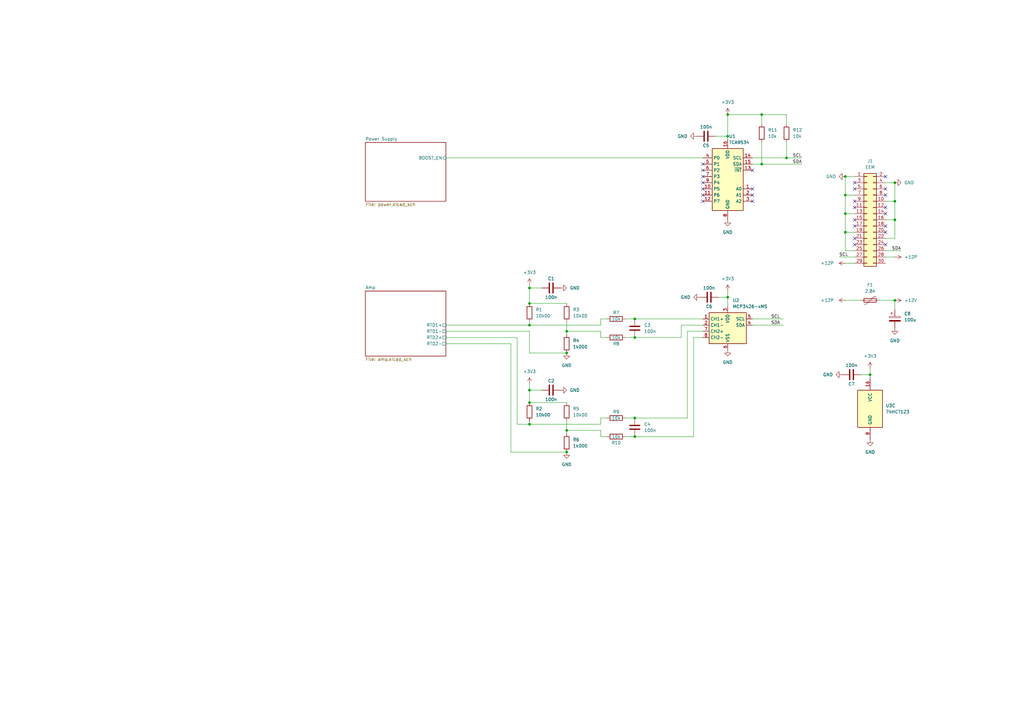
<source format=kicad_sch>
(kicad_sch (version 20211123) (generator eeschema)
  (paper "A3")
  (title_block (title "Usilitel") (date "2022-07-12") (rev "0.1") (company "M-Labs") (comment 1 "Wideband power amplifier") (comment 3 "a.k.a. topquark12") (comment 4 "Alex Wong Tat Hang"))
  (lib_symbols
    (symbol "74xx:74HCT123" (pin_names (offset 1.016))
      (property "Reference" "U" (at -7.62 8.89 0))
      (property "Value" "74HCT123" (at -7.62 -8.89 0))
      (symbol "74HCT123_1_0"
        (pin input inverted (at -12.7 -2.54 0) (length 5.08) (name "A") (number "1"))
        (pin output line (at 12.7 5.08 180) (length 5.08) (name "Q") (number "13"))
        (pin input line (at -12.7 2.54 0) (length 5.08) (name "Cext") (number "14"))
        (pin input line (at -12.7 5.08 0) (length 5.08) (name "RCext") (number "15"))
        (pin input line (at -12.7 -5.08 0) (length 5.08) (name "B") (number "2"))
        (pin input inverted (at 0 -12.7 90) (length 5.08) (name "Clr") (number "3"))
        (pin output line (at 12.7 -5.08 180) (length 5.08) (name "~{Q}") (number "4"))
      )
      (symbol "74HCT123_1_1"
        (rectangle (start -7.62 7.62) (end 7.62 -7.62) (stroke (width 0.254)) (fill (type background)))
      )
      (symbol "74HCT123_2_0"
        (pin input line (at -12.7 -5.08 0) (length 5.08) (name "B") (number "10"))
        (pin input inverted (at 0 -12.7 90) (length 5.08) (name "Clr") (number "11"))
        (pin output line (at 12.7 -5.08 180) (length 5.08) (name "~{Q}") (number "12"))
        (pin output line (at 12.7 5.08 180) (length 5.08) (name "Q") (number "5"))
        (pin input line (at -12.7 2.54 0) (length 5.08) (name "Cext") (number "6"))
        (pin input line (at -12.7 5.08 0) (length 5.08) (name "RCext") (number "7"))
        (pin input inverted (at -12.7 -2.54 0) (length 5.08) (name "A") (number "9"))
      )
      (symbol "74HCT123_2_1"
        (rectangle (start -7.62 7.62) (end 7.62 -7.62) (stroke (width 0.254)) (fill (type background)))
      )
      (symbol "74HCT123_3_0"
        (pin power_in line (at 0 12.7 270) (length 5.08) (name "VCC") (number "16"))
        (pin power_in line (at 0 -12.7 90) (length 5.08) (name "GND") (number "8"))
      )
      (symbol "74HCT123_3_1"
        (rectangle (start -5.08 7.62) (end 5.08 -7.62) (stroke (width 0.254)) (fill (type background)))
      )
    )
    (symbol "Analog_ADC:MCP3426-xMS"
      (property "Reference" "U" (at -3.81 8.89 0))
      (property "Value" "MCP3426-xMS" (at 2.54 8.89 0))
      (symbol "MCP3426-xMS_0_1"
        (rectangle (start -7.62 7.62) (end 7.62 -5.08) (stroke (width 0.254)) (fill (type background)))
      )
      (symbol "MCP3426-xMS_1_1"
        (pin input line (at -10.16 5.08 0) (length 2.54) (name "CH1+") (number "1"))
        (pin input line (at -10.16 2.54 0) (length 2.54) (name "CH1-") (number "2"))
        (pin power_in line (at 0 10.16 270) (length 2.54) (name "VDD") (number "3"))
        (pin bidirectional line (at 10.16 2.54 180) (length 2.54) (name "SDA") (number "4"))
        (pin input line (at 10.16 5.08 180) (length 2.54) (name "SCL") (number "5"))
        (pin power_in line (at 0 -7.62 90) (length 2.54) (name "VSS") (number "6"))
        (pin input line (at -10.16 0 0) (length 2.54) (name "CH2+") (number "7"))
        (pin input line (at -10.16 -2.54 0) (length 2.54) (name "CH2-") (number "8"))
      )
    )
    (symbol "Connector_Generic:Conn_02x15_Odd_Even" (pin_names (offset 1.016) hide)
      (property "Reference" "J" (at 1.27 20.32 0))
      (property "Value" "Conn_02x15_Odd_Even" (at 1.27 -20.32 0))
      (symbol "Conn_02x15_Odd_Even_1_1"
        (rectangle (start -1.27 -17.653) (end 0 -17.907) (stroke (width 0.1524)))
        (rectangle (start -1.27 -15.113) (end 0 -15.367) (stroke (width 0.1524)))
        (rectangle (start -1.27 -12.573) (end 0 -12.827) (stroke (width 0.1524)))
        (rectangle (start -1.27 -10.033) (end 0 -10.287) (stroke (width 0.1524)))
        (rectangle (start -1.27 -7.493) (end 0 -7.747) (stroke (width 0.1524)))
        (rectangle (start -1.27 -4.953) (end 0 -5.207) (stroke (width 0.1524)))
        (rectangle (start -1.27 -2.413) (end 0 -2.667) (stroke (width 0.1524)))
        (rectangle (start -1.27 0.127) (end 0 -0.127) (stroke (width 0.1524)))
        (rectangle (start -1.27 2.667) (end 0 2.413) (stroke (width 0.1524)))
        (rectangle (start -1.27 5.207) (end 0 4.953) (stroke (width 0.1524)))
        (rectangle (start -1.27 7.747) (end 0 7.493) (stroke (width 0.1524)))
        (rectangle (start -1.27 10.287) (end 0 10.033) (stroke (width 0.1524)))
        (rectangle (start -1.27 12.827) (end 0 12.573) (stroke (width 0.1524)))
        (rectangle (start -1.27 15.367) (end 0 15.113) (stroke (width 0.1524)))
        (rectangle (start -1.27 17.907) (end 0 17.653) (stroke (width 0.1524)))
        (rectangle (start -1.27 19.05) (end 3.81 -19.05) (stroke (width 0.254)) (fill (type background)))
        (rectangle (start 3.81 -17.653) (end 2.54 -17.907) (stroke (width 0.1524)))
        (rectangle (start 3.81 -15.113) (end 2.54 -15.367) (stroke (width 0.1524)))
        (rectangle (start 3.81 -12.573) (end 2.54 -12.827) (stroke (width 0.1524)))
        (rectangle (start 3.81 -10.033) (end 2.54 -10.287) (stroke (width 0.1524)))
        (rectangle (start 3.81 -7.493) (end 2.54 -7.747) (stroke (width 0.1524)))
        (rectangle (start 3.81 -4.953) (end 2.54 -5.207) (stroke (width 0.1524)))
        (rectangle (start 3.81 -2.413) (end 2.54 -2.667) (stroke (width 0.1524)))
        (rectangle (start 3.81 0.127) (end 2.54 -0.127) (stroke (width 0.1524)))
        (rectangle (start 3.81 2.667) (end 2.54 2.413) (stroke (width 0.1524)))
        (rectangle (start 3.81 5.207) (end 2.54 4.953) (stroke (width 0.1524)))
        (rectangle (start 3.81 7.747) (end 2.54 7.493) (stroke (width 0.1524)))
        (rectangle (start 3.81 10.287) (end 2.54 10.033) (stroke (width 0.1524)))
        (rectangle (start 3.81 12.827) (end 2.54 12.573) (stroke (width 0.1524)))
        (rectangle (start 3.81 15.367) (end 2.54 15.113) (stroke (width 0.1524)))
        (rectangle (start 3.81 17.907) (end 2.54 17.653) (stroke (width 0.1524)))
        (pin passive line (at -5.08 17.78 0) (length 3.81) (name "Pin_1") (number "1"))
        (pin passive line (at 7.62 7.62 180) (length 3.81) (name "Pin_10") (number "10"))
        (pin passive line (at -5.08 5.08 0) (length 3.81) (name "Pin_11") (number "11"))
        (pin passive line (at 7.62 5.08 180) (length 3.81) (name "Pin_12") (number "12"))
        (pin passive line (at -5.08 2.54 0) (length 3.81) (name "Pin_13") (number "13"))
        (pin passive line (at 7.62 2.54 180) (length 3.81) (name "Pin_14") (number "14"))
        (pin passive line (at -5.08 0 0) (length 3.81) (name "Pin_15") (number "15"))
        (pin passive line (at 7.62 0 180) (length 3.81) (name "Pin_16") (number "16"))
        (pin passive line (at -5.08 -2.54 0) (length 3.81) (name "Pin_17") (number "17"))
        (pin passive line (at 7.62 -2.54 180) (length 3.81) (name "Pin_18") (number "18"))
        (pin passive line (at -5.08 -5.08 0) (length 3.81) (name "Pin_19") (number "19"))
        (pin passive line (at 7.62 17.78 180) (length 3.81) (name "Pin_2") (number "2"))
        (pin passive line (at 7.62 -5.08 180) (length 3.81) (name "Pin_20") (number "20"))
        (pin passive line (at -5.08 -7.62 0) (length 3.81) (name "Pin_21") (number "21"))
        (pin passive line (at 7.62 -7.62 180) (length 3.81) (name "Pin_22") (number "22"))
        (pin passive line (at -5.08 -10.16 0) (length 3.81) (name "Pin_23") (number "23"))
        (pin passive line (at 7.62 -10.16 180) (length 3.81) (name "Pin_24") (number "24"))
        (pin passive line (at -5.08 -12.7 0) (length 3.81) (name "Pin_25") (number "25"))
        (pin passive line (at 7.62 -12.7 180) (length 3.81) (name "Pin_26") (number "26"))
        (pin passive line (at -5.08 -15.24 0) (length 3.81) (name "Pin_27") (number "27"))
        (pin passive line (at 7.62 -15.24 180) (length 3.81) (name "Pin_28") (number "28"))
        (pin passive line (at -5.08 -17.78 0) (length 3.81) (name "Pin_29") (number "29"))
        (pin passive line (at -5.08 15.24 0) (length 3.81) (name "Pin_3") (number "3"))
        (pin passive line (at 7.62 -17.78 180) (length 3.81) (name "Pin_30") (number "30"))
        (pin passive line (at 7.62 15.24 180) (length 3.81) (name "Pin_4") (number "4"))
        (pin passive line (at -5.08 12.7 0) (length 3.81) (name "Pin_5") (number "5"))
        (pin passive line (at 7.62 12.7 180) (length 3.81) (name "Pin_6") (number "6"))
        (pin passive line (at -5.08 10.16 0) (length 3.81) (name "Pin_7") (number "7"))
        (pin passive line (at 7.62 10.16 180) (length 3.81) (name "Pin_8") (number "8"))
        (pin passive line (at -5.08 7.62 0) (length 3.81) (name "Pin_9") (number "9"))
      )
    )
    (symbol "Device:C" (pin_numbers hide) (pin_names (offset 0.254))
      (property "Reference" "C" (at 0.635 2.54 0))
      (property "Value" "C" (at 0.635 -2.54 0))
      (symbol "C_0_1"
        (polyline (pts (xy -2.032 -0.762) (xy 2.032 -0.762)) (stroke (width 0.508)))
        (polyline (pts (xy -2.032 0.762) (xy 2.032 0.762)) (stroke (width 0.508)))
      )
      (symbol "C_1_1"
        (pin passive line (at 0 3.81 270) (length 2.794) (name "~") (number "1"))
        (pin passive line (at 0 -3.81 90) (length 2.794) (name "~") (number "2"))
      )
    )
    (symbol "Device:C_Polarized" (pin_numbers hide) (pin_names (offset 0.254))
      (property "Reference" "C" (at 0.635 2.54 0))
      (property "Value" "C_Polarized" (at 0.635 -2.54 0))
      (symbol "C_Polarized_0_1"
        (rectangle (start -2.286 0.508) (end 2.286 1.016))
        (polyline (pts (xy -1.778 2.286) (xy -0.762 2.286)))
        (polyline (pts (xy -1.27 2.794) (xy -1.27 1.778)))
        (rectangle (start 2.286 -0.508) (end -2.286 -1.016) (fill (type outline)))
      )
      (symbol "C_Polarized_1_1"
        (pin passive line (at 0 3.81 270) (length 2.794) (name "~") (number "1"))
        (pin passive line (at 0 -3.81 90) (length 2.794) (name "~") (number "2"))
      )
    )
    (symbol "Device:Polyfuse" (pin_numbers hide) (pin_names (offset 0))
      (property "Reference" "F" (at -2.54 0 90))
      (property "Value" "Polyfuse" (at 2.54 0 90))
      (symbol "Polyfuse_0_1"
        (rectangle (start -0.762 2.54) (end 0.762 -2.54) (stroke (width 0.254)))
        (polyline (pts (xy 0 2.54) (xy 0 -2.54)))
        (polyline (pts (xy -1.524 2.54) (xy -1.524 1.524) (xy 1.524 -1.524) (xy 1.524 -2.54)))
      )
      (symbol "Polyfuse_1_1"
        (pin passive line (at 0 3.81 270) (length 1.27) (name "~") (number "1"))
        (pin passive line (at 0 -3.81 90) (length 1.27) (name "~") (number "2"))
      )
    )
    (symbol "Device:R" (pin_numbers hide) (pin_names (offset 0))
      (property "Reference" "R" (at 2.032 0 90))
      (property "Value" "R" (at 0 0 90))
      (symbol "R_0_1"
        (rectangle (start -1.016 -2.54) (end 1.016 2.54) (stroke (width 0.254)))
      )
      (symbol "R_1_1"
        (pin passive line (at 0 3.81 270) (length 1.27) (name "~") (number "1"))
        (pin passive line (at 0 -3.81 90) (length 1.27) (name "~") (number "2"))
      )
    )
    (symbol "Interface_Expansion:TCA9534"
      (property "Reference" "U" (at -6.35 12.7 0))
      (property "Value" "TCA9534" (at 2.54 12.7 0))
      (symbol "TCA9534_0_1"
        (rectangle (start -6.35 -13.97) (end 6.35 11.43) (stroke (width 0.254)) (fill (type background)))
      )
      (symbol "TCA9534_1_1"
        (pin input line (at -10.16 -5.08 0) (length 3.81) (name "A0") (number "1"))
        (pin bidirectional line (at 10.16 -5.08 180) (length 3.81) (name "P5") (number "10"))
        (pin bidirectional line (at 10.16 -7.62 180) (length 3.81) (name "P6") (number "11"))
        (pin bidirectional line (at 10.16 -10.16 180) (length 3.81) (name "P7") (number "12"))
        (pin open_collector line (at -10.16 2.54 0) (length 3.81) (name "~{INT}") (number "13"))
        (pin input line (at -10.16 7.62 0) (length 3.81) (name "SCL") (number "14"))
        (pin bidirectional line (at -10.16 5.08 0) (length 3.81) (name "SDA") (number "15"))
        (pin power_in line (at 0 15.24 270) (length 3.81) (name "VDD") (number "16"))
        (pin input line (at -10.16 -7.62 0) (length 3.81) (name "A1") (number "2"))
        (pin input line (at -10.16 -10.16 0) (length 3.81) (name "A2") (number "3"))
        (pin bidirectional line (at 10.16 7.62 180) (length 3.81) (name "P0") (number "4"))
        (pin bidirectional line (at 10.16 5.08 180) (length 3.81) (name "P1") (number "5"))
        (pin bidirectional line (at 10.16 2.54 180) (length 3.81) (name "P2") (number "6"))
        (pin bidirectional line (at 10.16 0 180) (length 3.81) (name "P3") (number "7"))
        (pin power_in line (at 0 -17.78 90) (length 3.81) (name "GND") (number "8"))
        (pin bidirectional line (at 10.16 -2.54 180) (length 3.81) (name "P4") (number "9"))
      )
    )
    (symbol "power:+12P" (power) (pin_names (offset 0))
      (property "Value" "+12P" (at 0 3.556 0))
      (symbol "+12P_0_1"
        (polyline (pts (xy -0.762 1.27) (xy 0 2.54)))
        (polyline (pts (xy 0 0) (xy 0 2.54)))
        (polyline (pts (xy 0 2.54) (xy 0.762 1.27)))
      )
      (symbol "+12P_1_1"
        (pin power_in line (at 0 0 90) (length 0) hide (name "+12P") (number "1"))
      )
    )
    (symbol "power:+12V" (power) (pin_names (offset 0))
      (property "Value" "+12V" (at 0 3.556 0))
      (symbol "+12V_0_1"
        (polyline (pts (xy -0.762 1.27) (xy 0 2.54)))
        (polyline (pts (xy 0 0) (xy 0 2.54)))
        (polyline (pts (xy 0 2.54) (xy 0.762 1.27)))
      )
      (symbol "+12V_1_1"
        (pin power_in line (at 0 0 90) (length 0) hide (name "+12V") (number "1"))
      )
    )
    (symbol "power:+3V3" (power) (pin_names (offset 0))
      (property "Value" "+3V3" (at 0 3.556 0))
      (symbol "+3V3_0_1"
        (polyline (pts (xy -0.762 1.27) (xy 0 2.54)))
        (polyline (pts (xy 0 0) (xy 0 2.54)))
        (polyline (pts (xy 0 2.54) (xy 0.762 1.27)))
      )
      (symbol "+3V3_1_1"
        (pin power_in line (at 0 0 90) (length 0) hide (name "+3V3") (number "1"))
      )
    )
    (symbol "power:GND" (power) (pin_names (offset 0))
      (property "Value" "GND" (at 0 -3.81 0))
      (symbol "GND_0_1"
        (polyline (pts (xy 0 0) (xy 0 -1.27) (xy 1.27 -1.27) (xy 0 -2.54) (xy -1.27 -1.27) (xy 0 -1.27)))
      )
      (symbol "GND_1_1"
        (pin power_in line (at 0 0 270) (length 0) hide (name "GND") (number "1"))
      )
    )
  )
  (junction (at 217.17 118.11))
  (junction (at 217.17 133.35))
  (junction (at 298.45 46.99))
  (junction (at 322.58 64.77))
  (junction (at 260.35 130.81))
  (junction (at 260.35 171.45))
  (junction (at 367.03 74.93))
  (junction (at 346.71 87.63))
  (junction (at 298.45 55.88))
  (junction (at 346.71 95.25))
  (junction (at 217.17 173.99))
  (junction (at 312.42 67.31))
  (junction (at 232.41 144.78))
  (junction (at 217.17 160.02))
  (junction (at 232.41 135.89))
  (junction (at 346.71 80.01))
  (junction (at 217.17 165.1))
  (junction (at 312.42 46.99))
  (junction (at 232.41 176.53))
  (junction (at 367.03 123.19))
  (junction (at 232.41 185.42))
  (junction (at 367.03 82.55))
  (junction (at 217.17 124.46))
  (junction (at 356.87 153.67))
  (junction (at 260.35 179.07))
  (junction (at 260.35 138.43))
  (junction (at 298.45 121.92))
  (junction (at 346.71 72.39))
  (junction (at 367.03 90.17))
  (no_connect (at 363.22 80.01))
  (no_connect (at 350.52 82.55))
  (no_connect (at 350.52 90.17))
  (no_connect (at 350.52 92.71))
  (no_connect (at 350.52 97.79))
  (no_connect (at 350.52 100.33))
  (no_connect (at 350.52 74.93))
  (no_connect (at 350.52 77.47))
  (no_connect (at 363.22 72.39))
  (no_connect (at 363.22 77.47))
  (no_connect (at 350.52 85.09))
  (no_connect (at 363.22 87.63))
  (no_connect (at 363.22 85.09))
  (no_connect (at 363.22 95.25))
  (no_connect (at 363.22 92.71))
  (no_connect (at 363.22 100.33))
  (no_connect (at 308.61 77.47))
  (no_connect (at 308.61 80.01))
  (no_connect (at 308.61 82.55))
  (no_connect (at 308.61 69.85))
  (no_connect (at 288.29 74.93))
  (no_connect (at 288.29 77.47))
  (no_connect (at 288.29 80.01))
  (no_connect (at 288.29 82.55))
  (no_connect (at 288.29 72.39))
  (no_connect (at 288.29 69.85))
  (no_connect (at 288.29 67.31))
  (wire (pts (xy 363.22 90.17) (xy 367.03 90.17)))
  (wire (pts (xy 312.42 58.42) (xy 312.42 67.31)))
  (wire (pts (xy 293.37 55.88) (xy 298.45 55.88)))
  (wire (pts (xy 312.42 67.31) (xy 328.93 67.31)))
  (wire (pts (xy 246.38 133.35) (xy 217.17 133.35)))
  (wire (pts (xy 217.17 160.02) (xy 222.25 160.02)))
  (wire (pts (xy 246.38 138.43) (xy 248.92 138.43)))
  (wire (pts (xy 217.17 157.48) (xy 217.17 160.02)))
  (wire (pts (xy 217.17 118.11) (xy 222.25 118.11)))
  (wire (pts (xy 217.17 135.89) (xy 217.17 144.78)))
  (wire (pts (xy 346.71 107.95) (xy 350.52 107.95)))
  (wire (pts (xy 308.61 130.81) (xy 321.31 130.81)))
  (wire (pts (xy 246.38 171.45) (xy 248.92 171.45)))
  (wire (pts (xy 279.4 138.43) (xy 279.4 133.35)))
  (wire (pts (xy 298.45 55.88) (xy 298.45 57.15)))
  (wire (pts (xy 212.09 138.43) (xy 212.09 173.99)))
  (wire (pts (xy 246.38 179.07) (xy 248.92 179.07)))
  (wire (pts (xy 346.71 72.39) (xy 350.52 72.39)))
  (wire (pts (xy 246.38 135.89) (xy 246.38 138.43)))
  (wire (pts (xy 246.38 171.45) (xy 246.38 173.99)))
  (wire (pts (xy 217.17 133.35) (xy 217.17 132.08)))
  (wire (pts (xy 246.38 176.53) (xy 246.38 179.07)))
  (wire (pts (xy 260.35 171.45) (xy 281.94 171.45)))
  (wire (pts (xy 346.71 80.01) (xy 346.71 72.39)))
  (wire (pts (xy 312.42 46.99) (xy 322.58 46.99)))
  (wire (pts (xy 298.45 121.92) (xy 298.45 125.73)))
  (wire (pts (xy 182.88 138.43) (xy 212.09 138.43)))
  (wire (pts (xy 260.35 138.43) (xy 279.4 138.43)))
  (wire (pts (xy 232.41 135.89) (xy 246.38 135.89)))
  (wire (pts (xy 346.71 102.87) (xy 346.71 95.25)))
  (wire (pts (xy 350.52 102.87) (xy 346.71 102.87)))
  (wire (pts (xy 256.54 171.45) (xy 260.35 171.45)))
  (wire (pts (xy 346.71 87.63) (xy 346.71 80.01)))
  (wire (pts (xy 256.54 179.07) (xy 260.35 179.07)))
  (wire (pts (xy 217.17 173.99) (xy 217.17 172.72)))
  (wire (pts (xy 212.09 173.99) (xy 217.17 173.99)))
  (wire (pts (xy 279.4 133.35) (xy 288.29 133.35)))
  (wire (pts (xy 346.71 95.25) (xy 346.71 87.63)))
  (wire (pts (xy 298.45 46.99) (xy 312.42 46.99)))
  (wire (pts (xy 284.48 138.43) (xy 288.29 138.43)))
  (wire (pts (xy 363.22 82.55) (xy 367.03 82.55)))
  (wire (pts (xy 308.61 64.77) (xy 322.58 64.77)))
  (wire (pts (xy 298.45 46.99) (xy 298.45 55.88)))
  (wire (pts (xy 256.54 138.43) (xy 260.35 138.43)))
  (wire (pts (xy 246.38 130.81) (xy 248.92 130.81)))
  (wire (pts (xy 350.52 95.25) (xy 346.71 95.25)))
  (wire (pts (xy 367.03 82.55) (xy 367.03 74.93)))
  (wire (pts (xy 322.58 64.77) (xy 328.93 64.77)))
  (wire (pts (xy 182.88 133.35) (xy 217.17 133.35)))
  (wire (pts (xy 360.68 123.19) (xy 367.03 123.19)))
  (wire (pts (xy 308.61 133.35) (xy 321.31 133.35)))
  (wire (pts (xy 232.41 176.53) (xy 246.38 176.53)))
  (wire (pts (xy 308.61 67.31) (xy 312.42 67.31)))
  (wire (pts (xy 182.88 140.97) (xy 209.55 140.97)))
  (wire (pts (xy 217.17 165.1) (xy 232.41 165.1)))
  (wire (pts (xy 281.94 171.45) (xy 281.94 135.89)))
  (wire (pts (xy 281.94 135.89) (xy 288.29 135.89)))
  (wire (pts (xy 256.54 130.81) (xy 260.35 130.81)))
  (wire (pts (xy 298.45 119.38) (xy 298.45 121.92)))
  (wire (pts (xy 217.17 118.11) (xy 217.17 124.46)))
  (wire (pts (xy 232.41 135.89) (xy 232.41 137.16)))
  (wire (pts (xy 363.22 74.93) (xy 367.03 74.93)))
  (wire (pts (xy 246.38 130.81) (xy 246.38 133.35)))
  (wire (pts (xy 350.52 80.01) (xy 346.71 80.01)))
  (wire (pts (xy 363.22 97.79) (xy 367.03 97.79)))
  (wire (pts (xy 209.55 185.42) (xy 232.41 185.42)))
  (wire (pts (xy 353.06 153.67) (xy 356.87 153.67)))
  (wire (pts (xy 260.35 179.07) (xy 284.48 179.07)))
  (wire (pts (xy 260.35 130.81) (xy 288.29 130.81)))
  (wire (pts (xy 312.42 46.99) (xy 312.42 50.8)))
  (wire (pts (xy 294.64 121.92) (xy 298.45 121.92)))
  (wire (pts (xy 246.38 173.99) (xy 217.17 173.99)))
  (wire (pts (xy 344.17 105.41) (xy 350.52 105.41)))
  (wire (pts (xy 232.41 172.72) (xy 232.41 176.53)))
  (wire (pts (xy 363.22 102.87) (xy 369.57 102.87)))
  (wire (pts (xy 217.17 160.02) (xy 217.17 165.1)))
  (wire (pts (xy 350.52 87.63) (xy 346.71 87.63)))
  (wire (pts (xy 322.58 58.42) (xy 322.58 64.77)))
  (wire (pts (xy 363.22 105.41) (xy 367.03 105.41)))
  (wire (pts (xy 209.55 140.97) (xy 209.55 185.42)))
  (wire (pts (xy 356.87 151.13) (xy 356.87 153.67)))
  (wire (pts (xy 182.88 135.89) (xy 217.17 135.89)))
  (wire (pts (xy 284.48 179.07) (xy 284.48 138.43)))
  (wire (pts (xy 232.41 132.08) (xy 232.41 135.89)))
  (wire (pts (xy 182.88 64.77) (xy 288.29 64.77)))
  (wire (pts (xy 367.03 97.79) (xy 367.03 90.17)))
  (wire (pts (xy 367.03 90.17) (xy 367.03 82.55)))
  (wire (pts (xy 232.41 176.53) (xy 232.41 177.8)))
  (wire (pts (xy 217.17 124.46) (xy 232.41 124.46)))
  (wire (pts (xy 367.03 123.19) (xy 367.03 127)))
  (wire (pts (xy 217.17 144.78) (xy 232.41 144.78)))
  (wire (pts (xy 356.87 153.67) (xy 356.87 154.94)))
  (wire (pts (xy 322.58 46.99) (xy 322.58 50.8)))
  (wire (pts (xy 346.71 123.19) (xy 353.06 123.19)))
  (wire (pts (xy 217.17 116.84) (xy 217.17 118.11)))
  (label "SDA" (at 316.23 133.35 0))
  (label "SDA" (at 365.76 102.87 0))
  (label "SCL" (at 325.12 64.77 0))
  (label "SCL" (at 344.17 105.41 0))
  (label "SDA" (at 325.12 67.31 0))
  (label "SCL" (at 316.23 130.81 0))
  (symbol (lib_id "Device:C") (at 289.56 55.88 90) (unit 1)
    (property "Reference" "C5" (at 289.56 59.69 90))
    (property "Value" "100n" (at 289.56 52.07 90))
    (property "Footprint" "Capacitor_SMD:C_0603_1608Metric" (effects hide))
    (property "MFR_PN" "CL10B104KB8NNNL" (effects hide))
    (property "MFR_PN_ALT" "CL10B104KB8NNWC" (effects hide))
  )
  (symbol (lib_id "power:GND") (at 287.02 121.92 270) (unit 1)
    (property "Reference" "#PWR08" (effects hide))
    (property "Value" "GND" (at 283.21 121.9199 90) (effects (justify right)))
  )
  (symbol (lib_id "power:+12P") (at 367.03 105.41 270) (unit 1)
    (property "Reference" "#PWR020" (effects hide))
    (property "Value" "+12P" (at 370.84 105.4099 90) (effects (justify left)))
  )
  (symbol (lib_id "Connector_Generic:Conn_02x15_Odd_Even") (at 355.6 90.17 0) (unit 1)
    (property "Reference" "J1" (at 356.87 66.04 0))
    (property "Value" "EEM" (at 356.87 68.58 0))
    (property "Footprint" "Connector_IDC:IDC-Header_2x15_P2.54mm_Vertical" (effects hide))
    (property "MFR_PN" "N2530-6V0C-RB-WF" (effects hide))
    (property "MFR_PN_ALT" "N2530-6002-RB" (effects hide))
  )
  (symbol (lib_id "Device:Polyfuse") (at 356.87 123.19 90) (unit 1)
    (property "Reference" "F1" (at 356.87 116.84 90))
    (property "Value" "2.8A" (at 356.87 119.38 90))
    (property "Footprint" "Fuse:Fuse_Bourns_MF-SM_9.5x6.71mm" (effects hide))
    (property "MFR_PN" "MF-SM185/33-2" (effects hide))
    (property "MFR_PN_ALT" "SMD185F-2" (effects hide))
  )
  (symbol (lib_id "Device:R") (at 252.73 138.43 90) (unit 1)
    (property "Reference" "R8" (at 252.73 140.97 90))
    (property "Value" "10k" (at 252.73 138.43 90))
    (property "Footprint" "Resistor_SMD:R_0603_1608Metric" (effects hide))
    (property "MFR_PN" "RNCP0603FTD10K0" (effects hide))
    (property "MFR_PN_ALT" "MCT06030C1002FP500" (effects hide))
  )
  (symbol (lib_id "Device:C") (at 226.06 118.11 270) (unit 1)
    (property "Reference" "C1" (at 226.06 114.3 90))
    (property "Value" "100n" (at 226.06 121.92 90))
    (property "Footprint" "Capacitor_SMD:C_0603_1608Metric" (effects hide))
    (property "MFR_PN" "CL10B104KB8NNNL" (effects hide))
    (property "MFR_PN_ALT" "CL10B104KB8NNWC" (effects hide))
  )
  (symbol (lib_id "power:GND") (at 367.03 134.62 0) (unit 1)
    (property "Reference" "#PWR022" (effects hide))
    (property "Value" "GND" (at 367.03 139.7 0))
  )
  (symbol (lib_id "power:+3V3") (at 217.17 116.84 0) (unit 1)
    (property "Reference" "#PWR01" (effects hide))
    (property "Value" "+3V3" (at 217.17 111.76 0))
  )
  (symbol (lib_id "74xx:74HCT123") (at 356.87 167.64 0) (unit 3)
    (property "Reference" "U3" (at 363.22 166.3699 0) (effects (justify left)))
    (property "Value" "74HCT123" (at 363.22 168.9099 0) (effects (justify left)))
    (property "Footprint" "Package_SO:SOIC-16_3.9x9.9mm_P1.27mm" (effects hide))
    (property "Datasheet" "https://assets.nexperia.com/documents/data-sheet/74HC_HCT123.pdf" (effects hide))
    (property "MFR_PN" "74HCT123D,653" (effects hide))
    (property "MFR_PN_ALT" "CD74HCT123MT" (effects hide))
  )
  (symbol (lib_id "power:GND") (at 298.45 90.17 0) (unit 1)
    (property "Reference" "#PWR010" (effects hide))
    (property "Value" "GND" (at 298.45 95.25 0))
  )
  (symbol (lib_id "Device:C_Polarized") (at 367.03 130.81 0) (unit 1)
    (property "Reference" "C8" (at 370.84 128.6509 0) (effects (justify left)))
    (property "Value" "100u" (at 370.84 131.1909 0) (effects (justify left)))
    (property "Footprint" "Capacitor_Tantalum_SMD:CP_EIA-7343-30_AVX-N" (effects hide))
    (property "MFR_PN" "TCJD107M025R0055" (effects hide))
    (property "MFR_PN_ALT" "TCJD107M025R0055E" (effects hide))
  )
  (symbol (lib_id "Device:C") (at 260.35 175.26 0) (unit 1)
    (property "Reference" "C4" (at 264.16 173.9899 0) (effects (justify left)))
    (property "Value" "100n" (at 264.16 176.5299 0) (effects (justify left)))
    (property "Footprint" "Capacitor_SMD:C_0603_1608Metric" (effects hide))
    (property "MFR_PN" "CL10B104KB8NNNL" (effects hide))
    (property "MFR_PN_ALT" "CL10B104KB8NNWC" (effects hide))
  )
  (symbol (lib_id "power:+3V3") (at 356.87 151.13 0) (unit 1)
    (property "Reference" "#PWR017" (effects hide))
    (property "Value" "+3V3" (at 356.87 146.05 0))
  )
  (symbol (lib_id "power:GND") (at 229.87 160.02 90) (unit 1)
    (property "Reference" "#PWR04" (effects hide))
    (property "Value" "GND" (at 233.68 160.0201 90) (effects (justify right)))
  )
  (symbol (lib_id "power:+12P") (at 346.71 123.19 90) (unit 1)
    (property "Reference" "#PWR016" (effects hide))
    (property "Value" "+12P" (at 336.55 123.19 90) (effects (justify right)))
  )
  (symbol (lib_id "Device:R") (at 252.73 171.45 90) (unit 1)
    (property "Reference" "R9" (at 252.73 168.91 90))
    (property "Value" "10k" (at 252.73 171.45 90))
    (property "Footprint" "Resistor_SMD:R_0603_1608Metric" (effects hide))
    (property "MFR_PN" "RNCP0603FTD10K0" (effects hide))
    (property "MFR_PN_ALT" "MCT06030C1002FP500" (effects hide))
  )
  (symbol (lib_id "power:GND") (at 356.87 180.34 0) (unit 1)
    (property "Reference" "#PWR018" (effects hide))
    (property "Value" "GND" (at 356.87 185.42 0))
  )
  (symbol (lib_id "Interface_Expansion:TCA9534") (at 298.45 72.39 0) (mirror y) (unit 1)
    (property "Reference" "U1" (at 298.9706 55.88 0) (effects (justify right)))
    (property "Value" "TCA9534" (at 298.9706 58.42 0) (effects (justify right)))
    (property "Footprint" "Package_SO:SOIC-16W_7.5x10.3mm_P1.27mm" (effects hide))
    (property "Datasheet" "http://www.ti.com/lit/ds/symlink/tca9534.pdf" (effects hide))
    (property "MFR_PN" "TCA9534DWT" (effects hide))
    (property "MFR_PN_ALT" "TCA9534DWR" (effects hide))
  )
  (symbol (lib_id "Device:R") (at 312.42 54.61 0) (unit 1)
    (property "Reference" "R11" (at 314.96 53.3399 0) (effects (justify left)))
    (property "Value" "10k" (at 314.96 55.8799 0) (effects (justify left)))
    (property "Footprint" "Resistor_SMD:R_0603_1608Metric" (effects hide))
    (property "MFR_PN" "RNCP0603FTD10K0" (effects hide))
    (property "MFR_PN_ALT" "MCT06030C1002FP500" (effects hide))
  )
  (symbol (lib_id "Device:R") (at 217.17 128.27 0) (unit 1)
    (property "Reference" "R1" (at 219.71 126.9999 0) (effects (justify left)))
    (property "Value" "10k00" (at 219.71 129.5399 0) (effects (justify left)))
    (property "Footprint" "Resistor_SMD:R_0603_1608Metric" (effects hide))
    (property "MFR_PN" "CRT0603-BY-1002ELF" (effects hide))
    (property "MFR_PN_ALT" "RN73H1JTTD1002B25" (effects hide))
  )
  (symbol (lib_id "Device:R") (at 232.41 181.61 0) (unit 1)
    (property "Reference" "R6" (at 234.95 180.3399 0) (effects (justify left)))
    (property "Value" "1k000" (at 234.95 182.8799 0) (effects (justify left)))
    (property "Footprint" "Resistor_SMD:R_0603_1608Metric" (effects hide))
    (property "MFR_PN" "RT0603BRD071KL" (effects hide))
    (property "MFR_PN_ALT" "TNPW06031K00BEEA" (effects hide))
  )
  (symbol (lib_id "Device:R") (at 232.41 128.27 0) (unit 1)
    (property "Reference" "R3" (at 234.95 126.9999 0) (effects (justify left)))
    (property "Value" "10k00" (at 234.95 129.5399 0) (effects (justify left)))
    (property "Footprint" "Resistor_SMD:R_0603_1608Metric" (effects hide))
    (property "MFR_PN" "CRT0603-BY-1002ELF" (effects hide))
    (property "MFR_PN_ALT" "RN73H1JTTD1002B25" (effects hide))
  )
  (symbol (lib_id "Device:C") (at 349.25 153.67 90) (unit 1)
    (property "Reference" "C7" (at 349.25 157.48 90))
    (property "Value" "100n" (at 349.25 149.86 90))
    (property "Footprint" "Capacitor_SMD:C_0603_1608Metric" (effects hide))
    (property "MFR_PN" "CL10B104KB8NNNL" (effects hide))
    (property "MFR_PN_ALT" "CL10B104KB8NNWC" (effects hide))
  )
  (symbol (lib_id "power:+3V3") (at 298.45 46.99 0) (unit 1)
    (property "Reference" "#PWR09" (effects hide))
    (property "Value" "+3V3" (at 298.45 41.91 0))
  )
  (symbol (lib_id "power:GND") (at 229.87 118.11 90) (unit 1)
    (property "Reference" "#PWR03" (effects hide))
    (property "Value" "GND" (at 233.68 118.1101 90) (effects (justify right)))
  )
  (symbol (lib_id "Device:C") (at 226.06 160.02 270) (unit 1)
    (property "Reference" "C2" (at 226.06 156.21 90))
    (property "Value" "100n" (at 226.06 163.83 90))
    (property "Footprint" "Capacitor_SMD:C_0603_1608Metric" (effects hide))
    (property "MFR_PN" "CL10B104KB8NNNL" (effects hide))
    (property "MFR_PN_ALT" "CL10B104KB8NNWC" (effects hide))
  )
  (symbol (lib_id "power:GND") (at 232.41 144.78 0) (unit 1)
    (property "Reference" "#PWR05" (effects hide))
    (property "Value" "GND" (at 232.41 149.86 0))
  )
  (symbol (lib_id "Device:R") (at 232.41 140.97 0) (unit 1)
    (property "Reference" "R4" (at 234.95 139.6999 0) (effects (justify left)))
    (property "Value" "1k000" (at 234.95 142.2399 0) (effects (justify left)))
    (property "Footprint" "Resistor_SMD:R_0603_1608Metric" (effects hide))
    (property "MFR_PN" "RT0603BRD071KL" (effects hide))
    (property "MFR_PN_ALT" "TNPW06031K00BEEA" (effects hide))
  )
  (symbol (lib_id "power:GND") (at 367.03 74.93 90) (unit 1)
    (property "Reference" "#PWR019" (effects hide))
    (property "Value" "GND" (at 370.84 74.9299 90) (effects (justify right)))
  )
  (symbol (lib_id "power:GND") (at 298.45 143.51 0) (unit 1)
    (property "Reference" "#PWR012" (effects hide))
    (property "Value" "GND" (at 298.45 148.59 0))
  )
  (symbol (lib_id "power:+3V3") (at 217.17 157.48 0) (unit 1)
    (property "Reference" "#PWR02" (effects hide))
    (property "Value" "+3V3" (at 217.17 152.4 0))
  )
  (symbol (lib_id "power:GND") (at 232.41 185.42 0) (unit 1)
    (property "Reference" "#PWR06" (effects hide))
    (property "Value" "GND" (at 232.41 190.5 0))
  )
  (symbol (lib_id "Device:R") (at 232.41 168.91 0) (unit 1)
    (property "Reference" "R5" (at 234.95 167.6399 0) (effects (justify left)))
    (property "Value" "10k00" (at 234.95 170.1799 0) (effects (justify left)))
    (property "Footprint" "Resistor_SMD:R_0603_1608Metric" (effects hide))
    (property "MFR_PN" "CRT0603-BY-1002ELF" (effects hide))
    (property "MFR_PN_ALT" "RN73H1JTTD1002B25" (effects hide))
  )
  (symbol (lib_id "Device:R") (at 322.58 54.61 0) (unit 1)
    (property "Reference" "R12" (at 325.12 53.3399 0) (effects (justify left)))
    (property "Value" "10k" (at 325.12 55.8799 0) (effects (justify left)))
    (property "Footprint" "Resistor_SMD:R_0603_1608Metric" (effects hide))
    (property "MFR_PN" "RNCP0603FTD10K0" (effects hide))
    (property "MFR_PN_ALT" "MCT06030C1002FP500" (effects hide))
  )
  (symbol (lib_id "power:+12V") (at 367.03 123.19 270) (unit 1)
    (property "Reference" "#PWR021" (effects hide))
    (property "Value" "+12V" (at 370.84 123.1899 90) (effects (justify left)))
  )
  (symbol (lib_id "Device:C") (at 260.35 134.62 0) (unit 1)
    (property "Reference" "C3" (at 264.16 133.3499 0) (effects (justify left)))
    (property "Value" "100n" (at 264.16 135.8899 0) (effects (justify left)))
    (property "Footprint" "Capacitor_SMD:C_0603_1608Metric" (effects hide))
    (property "MFR_PN" "CL10B104KB8NNNL" (effects hide))
    (property "MFR_PN_ALT" "CL10B104KB8NNWC" (effects hide))
  )
  (symbol (lib_id "Analog_ADC:MCP3426-xMS") (at 298.45 135.89 0) (unit 1)
    (property "Reference" "U2" (at 300.4694 123.19 0) (effects (justify left)))
    (property "Value" "MCP3426-xMS" (at 300.4694 125.73 0) (effects (justify left)))
    (property "Footprint" "Package_SO:MSOP-8_3x3mm_P0.65mm" (effects hide))
    (property "Datasheet" "http://ww1.microchip.com/downloads/en/DeviceDoc/22226a.pdf" (effects hide))
    (property "MFR_PN" "MCP3426A0T-E/MS" (effects hide))
    (property "MFR_PN_ALT" "MCP3426A0-E/MS" (effects hide))
  )
  (symbol (lib_id "Device:C") (at 290.83 121.92 90) (unit 1)
    (property "Reference" "C6" (at 290.83 125.73 90))
    (property "Value" "100n" (at 290.83 118.11 90))
    (property "Footprint" "Capacitor_SMD:C_0603_1608Metric" (effects hide))
    (property "MFR_PN" "CL10B104KB8NNNL" (effects hide))
    (property "MFR_PN_ALT" "CL10B104KB8NNWC" (effects hide))
  )
  (symbol (lib_id "Device:R") (at 252.73 179.07 90) (unit 1)
    (property "Reference" "R10" (at 252.73 181.61 90))
    (property "Value" "10k" (at 252.73 179.07 90))
    (property "Footprint" "Resistor_SMD:R_0603_1608Metric" (effects hide))
    (property "MFR_PN" "RNCP0603FTD10K0" (effects hide))
    (property "MFR_PN_ALT" "MCT06030C1002FP500" (effects hide))
  )
  (symbol (lib_id "power:GND") (at 345.44 153.67 270) (unit 1)
    (property "Reference" "#PWR013" (effects hide))
    (property "Value" "GND" (at 341.63 153.6699 90) (effects (justify right)))
  )
  (symbol (lib_id "power:GND") (at 285.75 55.88 270) (unit 1)
    (property "Reference" "#PWR07" (effects hide))
    (property "Value" "GND" (at 281.94 55.8799 90) (effects (justify right)))
  )
  (symbol (lib_id "Device:R") (at 252.73 130.81 90) (unit 1)
    (property "Reference" "R7" (at 252.73 128.27 90))
    (property "Value" "10k" (at 252.73 130.81 90))
    (property "Footprint" "Resistor_SMD:R_0603_1608Metric" (effects hide))
    (property "MFR_PN" "RNCP0603FTD10K0" (effects hide))
    (property "MFR_PN_ALT" "MCT06030C1002FP500" (effects hide))
  )
  (symbol (lib_id "power:+12P") (at 346.71 107.95 90) (unit 1)
    (property "Reference" "#PWR015" (effects hide))
    (property "Value" "+12P" (at 336.55 107.95 90) (effects (justify right)))
  )
  (symbol (lib_id "power:GND") (at 346.71 72.39 270) (unit 1)
    (property "Reference" "#PWR014" (effects hide))
    (property "Value" "GND" (at 342.9 72.3899 90) (effects (justify right)))
  )
  (symbol (lib_id "Device:R") (at 217.17 168.91 0) (unit 1)
    (property "Reference" "R2" (at 219.71 167.6399 0) (effects (justify left)))
    (property "Value" "10k00" (at 219.71 170.1799 0) (effects (justify left)))
    (property "Footprint" "Resistor_SMD:R_0603_1608Metric" (effects hide))
    (property "MFR_PN" "CRT0603-BY-1002ELF" (effects hide))
    (property "MFR_PN_ALT" "RN73H1JTTD1002B25" (effects hide))
  )
  (symbol (lib_id "power:+3V3") (at 298.45 119.38 0) (unit 1)
    (property "Reference" "#PWR011" (effects hide))
    (property "Value" "+3V3" (at 298.45 114.3 0))
  )
  (sheet (at 149.86 119.38) (size 33.02 26.67) (stroke (width 0.1524))
    (property "Sheet name" "Amp" (at 149.86 118.6684 0) (effects (justify left bottom)))
    (property "Sheet file" "amp.kicad_sch" (at 149.86 146.6346 0) (effects (justify left top)))
    (pin "RTD2+" passive (at 182.88 138.43 0))
    (pin "RTD2-" passive (at 182.88 140.97 0))
    (pin "RTD1+" passive (at 182.88 133.35 0))
    (pin "RTD1-" passive (at 182.88 135.89 0))
  )
  (sheet (at 149.86 58.42) (size 33.02 24.13) (stroke (width 0.1524))
    (property "Sheet name" "Power Supply" (at 149.86 57.7084 0) (effects (justify left bottom)))
    (property "Sheet file" "power.kicad_sch" (at 149.86 83.1346 0) (effects (justify left top)))
    (pin "BOOST_EN" input (at 182.88 64.77 0))
  )
)
</source>
